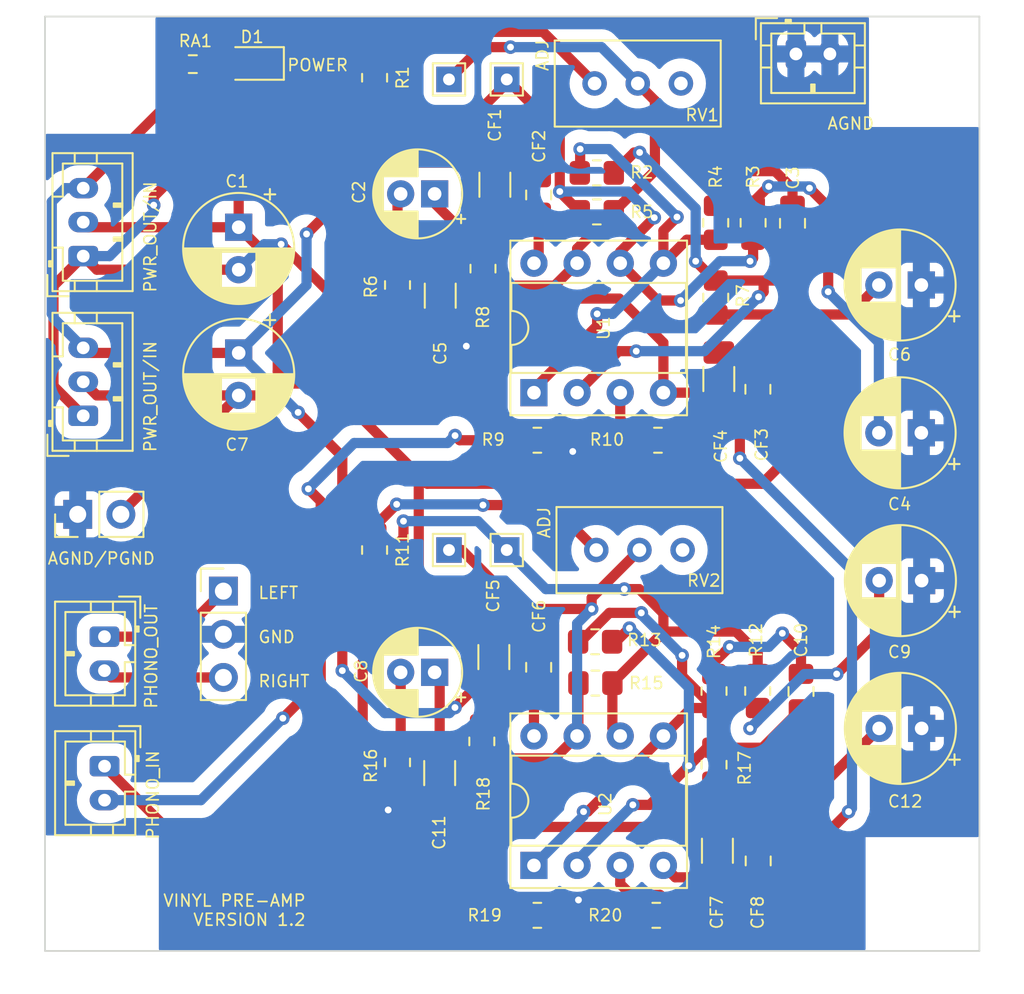
<source format=kicad_pcb>
(kicad_pcb (version 20221018) (generator pcbnew)
  (layers (0 "F.Cu" signal) (31 "B.Cu" signal) (34 "B.Paste" user) (35 "F.Paste" user) (36 "B.SilkS" user "B.Silkscreen") (37 "F.SilkS" user "F.Silkscreen") (38 "B.Mask" user) (39 "F.Mask" user) (44 "Edge.Cuts" user))
  (net 0 "")
  (net 1 "V-")
  (net 2 "V+")
  (net 3 "LEFTIN")
  (net 4 "RIGHTIN")
  (net 5 "LEFTOUT")
  (net 6 "RIGHTOUT")
  (net 7 "AGND")
  (net 9 "Net-(R1-Pad1)")
  (net 10 "Net-(C2-Pad1)")
  (net 11 "Net-(U1-InA-)")
  (net 12 "Net-(C6-Pad2)")
  (net 13 "Net-(C9-Pad2)")
  (net 14 "Net-(C10-Pad2)")
  (net 16 "LEFTAMP")
  (net 17 "RIGHTAMP")
  (net 18 "Net-(C3-Pad2)")
  (net 19 "Net-(C4-Pad2)")
  (net 20 "Net-(C11-Pad2)")
  (net 21 "Net-(U2-InA-)")
  (net 22 "Net-(C12-Pad2)")
  (net 23 "Net-(D1-A)")
  (net 24 "Net-(U1-InB-)")
  (net 25 "Net-(U1-InB+)")
  (net 26 "Net-(U1-OutB)")
  (net 27 "Net-(U1-InA+)")
  (net 28 "Net-(R11-Pad1)")
  (net 29 "Net-(U2-InB-)")
  (net 30 "Net-(U2-InB+)")
  (net 31 "Net-(U2-OutB)")
  (net 32 "Net-(U2-InA+)")
  (net 33 "PGND")
  (footprint "Connector_JST:JST_PH_B3B-PH-K_1x03_P2.00mm_Vertical" (layer "F.Cu") (at 133.65 94.7 90)
    (fp_text reference "J1" hide)
    (fp_text value "Conn_01x03_Male")
  )
  (footprint "Resistor_SMD:R_0805_2012Metric_Pad1.20x1.40mm_HandSolder" (layer "F.Cu") (at 167.48 105.5375 180)
    (fp_text reference "R10")
    (fp_text value "2K2")
  )
  (footprint "Connector_JST:JST_PH_B2B-PH-K_1x02_P2.00mm_Vertical" (layer "F.Cu") (at 134.904835 124.722961 -90)
    (fp_text reference "J5" hide)
    (fp_text value "Conn_01x02_Male")
  )
  (footprint "MountingHole:MountingHole_3.2mm_M3" (layer "F.Cu") (at 183.9 133.1)
    (fp_text reference "H3" hide)
    (fp_text value "MountingHole")
  )
  (footprint "Resistor_SMD:R_0805_2012Metric_Pad1.20x1.40mm_HandSolder" (layer "F.Cu") (at 170.88 97.1375 90)
    (fp_text reference "R7")
    (fp_text value "4.7K")
  )
  (footprint "Package_DIP:DIP-8_W7.62mm_Socket" (layer "F.Cu") (at 160.18 130.565124 90)
    (fp_text reference "U2")
    (fp_text value "OPA2134")
  )
  (footprint "Resistor_SMD:R_0805_2012Metric_Pad1.20x1.40mm_HandSolder" (layer "F.Cu") (at 157.18 95.4375 -90)
    (fp_text reference "R8")
    (fp_text value "750R")
  )
  (footprint "Capacitor_SMD:C_0805_2012Metric_Pad1.18x1.45mm_HandSolder" (layer "F.Cu") (at 160.457616 118.902624 -90)
    (fp_text reference "CF6")
    (fp_text value "0.1u")
  )
  (footprint "Resistor_SMD:R_0805_2012Metric_Pad1.20x1.40mm_HandSolder" (layer "F.Cu") (at 157.111414 123.265124 -90)
    (fp_text reference "R18")
    (fp_text value "750R")
  )
  (footprint "Capacitor_THT:CP_Radial_D5.0mm_P2.00mm" (layer "F.Cu") (at 154.335113 119.2 180)
    (fp_text reference "C8")
    (fp_text value "1U C0G")
  )
  (footprint "Resistor_SMD:R_0805_2012Metric_Pad1.20x1.40mm_HandSolder" (layer "F.Cu") (at 160.38 133.502624 180)
    (fp_text reference "R19")
    (fp_text value "47K")
  )
  (footprint "Resistor_SMD:R_0805_2012Metric_Pad1.20x1.40mm_HandSolder" (layer "F.Cu") (at 160.38 105.5375 180)
    (fp_text reference "R9")
    (fp_text value "47K")
  )
  (footprint "Connector_JST:JST_PH_B2B-PH-K_1x02_P2.00mm_Vertical" (layer "F.Cu") (at 134.9 117.1 -90)
    (fp_text reference "J4" hide)
    (fp_text value "Conn_01x02_Male")
  )
  (footprint "Resistor_SMD:R_0805_2012Metric_Pad1.20x1.40mm_HandSolder" (layer "F.Cu") (at 163.796424 119.832624)
    (fp_text reference "R15")
    (fp_text value "100K")
  )
  (footprint "Resistor_SMD:R_0603_1608Metric" (layer "F.Cu") (at 140.1 83.4 180)
    (fp_text reference "RA1")
    (fp_text value "5.1K")
  )
  (footprint "Capacitor_THT:CP_Radial_D6.3mm_P2.50mm" (layer "F.Cu") (at 142.8 93 -90)
    (fp_text reference "C1")
    (fp_text value "100U 16V")
  )
  (footprint "Capacitor_SMD:C_1206_3216Metric_Pad1.33x1.80mm_HandSolder" (layer "F.Cu") (at 154.665 97.03 90)
    (fp_text reference "C5")
    (fp_text value "0.1U C0G")
  )
  (footprint "Package_DIP:DIP-8_W7.62mm_Socket" (layer "F.Cu") (at 160.18 102.7375 90)
    (fp_text reference "U1")
    (fp_text value "OPA2134")
  )
  (footprint "MountingHole:MountingHole_3.2mm_M3" (layer "F.Cu") (at 133.9 133.1)
    (fp_text reference "H4" hide)
    (fp_text value "MountingHole")
  )
  (footprint "Resistor_SMD:R_0805_2012Metric_Pad1.20x1.40mm_HandSolder" (layer "F.Cu") (at 152.15 124.5 90)
    (fp_text reference "R16")
    (fp_text value "100K")
  )
  (footprint "TestPoint:TestPoint_THTPad_1.5x1.5mm_Drill0.7mm" (layer "F.Cu") (at 155.18 112)
    (fp_text reference "TP3" hide)
    (fp_text value "TestPoint")
  )
  (footprint "TestPoint:TestPoint_THTPad_1.5x1.5mm_Drill0.7mm" (layer "F.Cu") (at 158.58 112)
    (fp_text reference "TP4" hide)
    (fp_text value "TestPoint")
  )
  (footprint "Capacitor_SMD:C_1206_3216Metric_Pad1.33x1.80mm_HandSolder" (layer "F.Cu") (at 170.98 129.702624 -90)
    (fp_text reference "CF7")
    (fp_text value "10u")
  )
  (footprint "Resistor_SMD:R_0805_2012Metric_Pad1.20x1.40mm_HandSolder" (layer "F.Cu") (at 150.8 112 -90)
    (fp_text reference "R11")
    (fp_text value "2.7K")
  )
  (footprint "Resistor_SMD:R_0805_2012Metric_Pad1.20x1.40mm_HandSolder" (layer "F.Cu") (at 170.78 120.3 90)
    (fp_text reference "R14")
    (fp_text value "10K")
  )
  (footprint "MountingHole:MountingHole_3.2mm_M3" (layer "F.Cu") (at 183.9 83.1)
    (fp_text reference "H2" hide)
    (fp_text value "MountingHole")
  )
  (footprint "Capacitor_SMD:C_0805_2012Metric_Pad1.18x1.45mm_HandSolder" (layer "F.Cu") (at 173.36151 102.5375 -90)
    (fp_text reference "CF3")
    (fp_text value "0.1u")
  )
  (footprint "Resistor_SMD:R_0805_2012Metric_Pad1.20x1.40mm_HandSolder" (layer "F.Cu") (at 167.38 133.502624)
    (fp_text reference "R20")
    (fp_text value "2K2")
  )
  (footprint "Resistor_SMD:R_0805_2012Metric_Pad1.20x1.40mm_HandSolder" (layer "F.Cu") (at 173.08 92.7375 -90)
    (fp_text reference "R3")
    (fp_text value "2K7")
  )
  (footprint "Connector_JST:JST_PH_B2B-PH-K_1x02_P2.00mm_Vertical" (layer "F.Cu") (at 175.6 82.8)
    (fp_text reference "J6" hide)
    (fp_text value "Conn_01x02_Male")
  )
  (footprint "LED_SMD:LED_0805_2012Metric_Pad1.15x1.40mm_HandSolder" (layer "F.Cu") (at 143.6 83.36 180)
    (fp_text reference "D1")
    (fp_text value "YELLOW")
  )
  (footprint "Capacitor_SMD:C_1206_3216Metric_Pad1.33x1.80mm_HandSolder" (layer "F.Cu") (at 157.818808 118.302624 -90)
    (fp_text reference "CF5")
    (fp_text value "10u")
  )
  (footprint "Capacitor_SMD:C_0805_2012Metric_Pad1.18x1.45mm_HandSolder" (layer "F.Cu") (at 160.457616 91.1 -90)
    (fp_text reference "CF2")
    (fp_text value "0.1u")
  )
  (footprint "Capacitor_THT:CP_Radial_D5.0mm_P2.00mm" (layer "F.Cu") (at 154.335113 91.0375 180)
    (fp_text reference "C2")
    (fp_text value "1U C0G")
  )
  (footprint "Resistor_SMD:R_0805_2012Metric_Pad1.20x1.40mm_HandSolder" (layer "F.Cu") (at 170.88 92.7375 90)
    (fp_text reference "R4")
    (fp_text value "10K")
  )
  (footprint "Capacitor_SMD:C_0805_2012Metric_Pad1.18x1.45mm_HandSolder" (layer "F.Cu") (at 175.4 92.7675 90)
    (fp_text reference "C3")
    (fp_text value "22N C0G")
  )
  (footprint "Capacitor_SMD:C_1206_3216Metric_Pad1.33x1.80mm_HandSolder" (layer "F.Cu") (at 154.630707 125.13 90)
    (fp_text reference "C11")
    (fp_text value "0.1U C0G")
  )
  (footprint "Connector_PinHeader_2.54mm:PinHeader_1x03_P2.54mm_Vertical" (layer "F.Cu") (at 141.9 114.42)
    (fp_text reference "J3" hide)
    (fp_text value "Conn_01x03_Male")
  )
  (footprint "TestPoint:TestPoint_THTPad_1.5x1.5mm_Drill0.7mm" (layer "F.Cu") (at 158.58 84.3)
    (fp_text reference "TP2" hide)
    (fp_text value "TestPoint")
  )
  (footprint "MountingHole:MountingHole_3.2mm_M3" (layer "F.Cu") (at 133.9 83.1)
    (fp_text reference "H1" hide)
    (fp_text value "MountingHole")
  )
  (footprint "Potentiometer_THT:Potentiometer_Bourns_3296W_Vertical" (layer "F.Cu") (at 168.83 84.5375)
    (fp_text reference "RV1")
    (fp_text value "50K")
  )
  (footprint "Capacitor_SMD:C_1206_3216Metric_Pad1.33x1.80mm_HandSolder" (layer "F.Cu") (at 157.88 90.5 -90)
    (fp_text reference "CF1")
    (fp_text value "10u")
  )
  (footprint "Resistor_SMD:R_0805_2012Metric_Pad1.20x1.40mm_HandSolder" (layer "F.Cu") (at 150.8 84.2 -90)
    (fp_text reference "R1")
    (fp_text value "2.7K")
  )
  (footprint "Resistor_SMD:R_0805_2012Metric_Pad1.20x1.40mm_HandSolder" (layer "F.Cu") (at 163.88 92.1 180)
    (fp_text reference "R5")
    (fp_text value "100K")
  )
  (footprint "Capacitor_THT:CP_Radial_D6.3mm_P2.50mm" (layer "F.Cu") (at 183 113.8 180)
    (fp_text reference "C9")
    (fp_text value "22U")
  )
  (footprint "Capacitor_THT:CP_Radial_D6.3mm_P2.50mm" (layer "F.Cu") (at 183 122.5 180)
    (fp_text reference "C12")
    (fp_text value "22U")
  )
  (footprint "Resistor_SMD:R_0805_2012Metric_Pad1.20x1.40mm_HandSolder" (layer "F.Cu") (at 152.15 96.4 90)
    (fp_text reference "R6")
    (fp_text value "100K")
  )
  (footprint "Capacitor_SMD:C_0805_2012Metric_Pad1.18x1.45mm_HandSolder" (layer "F.Cu") (at 173.38 130.3 -90)
    (fp_text reference "CF8")
    (fp_text value "0.1u")
  )
  (footprint "Capacitor_SMD:C_0805_2012Metric_Pad1.18x1.45mm_HandSolder" (layer "F.Cu") (at 175.9 120.33 90)
    (fp_text reference "C10")
    (fp_text value "22N C0G")
  )
  (footprint "TestPoint:TestPoint_THTPad_1.5x1.5mm_Drill0.7mm" (layer "F.Cu") (at 155.18 84.3)
    (fp_text reference "TP1" hide)
    (fp_text value "TestPoint")
  )
  (footprint "Resistor_SMD:R_0805_2012Metric_Pad1.20x1.40mm_HandSolder" (layer "F.Cu") (at 173.35 120.3 90)
    (fp_text reference "R12")
    (fp_text value "2K7")
  )
  (footprint "Resistor_SMD:R_0805_2012Metric_Pad1.20x1.40mm_HandSolder" (layer "F.Cu") (at 163.88 89.8 180)
    (fp_text reference "R2")
    (fp_text value "180K")
  )
  (footprint "Capacitor_THT:CP_Radial_D6.3mm_P2.50mm" (layer "F.Cu") (at 182.98238 96.4 180)
    (fp_text reference "C6")
    (fp_text value "22U")
  )
  (footprint "Capacitor_THT:CP_Radial_D6.3mm_P2.50mm" (layer "F.Cu") (at 182.98238 105.1 180)
    (fp_text reference "C4")
    (fp_text value "22U")
  )
  (footprint "Potentiometer_THT:Potentiometer_Bourns_3296W_Vertical" (layer "F.Cu") (at 168.93 112)
    (fp_text reference "RV2")
    (fp_text value "50K")
  )
  (footprint "Capacitor_THT:CP_Radial_D6.3mm_P2.50mm" (layer "F.Cu") (at 142.8 100.4 -90)
    (fp_text reference "C7")
    (fp_text value "100U 16V")
  )
  (footprint "Capacitor_SMD:C_1206_3216Metric_Pad1.33x1.80mm_HandSolder" (layer "F.Cu") (at 171.06151 101.9375 -90)
    (fp_text reference "CF4")
    (fp_text value "10u")
  )
  (footprint "Resistor_SMD:R_0805_2012Metric_Pad1.20x1.40mm_HandSolder" (layer "F.Cu") (at 163.78 117.4 180)
    (fp_text reference "R13")
    (fp_text value "180K")
  )
  (footprint "Connector_PinHeader_2.54mm:PinHeader_1x02_P2.54mm_Vertical" (layer "F.Cu") (at 133.325 109.9 90)
    (fp_text reference "J7" hide)
    (fp_text value "Conn_01x02_Pin")
  )
  (footprint "Connector_JST:JST_PH_B3B-PH-K_1x03_P2.00mm_Vertical" (layer "F.Cu") (at 133.65 104.1 90)
    (fp_text reference "J2" hide)
    (fp_text value "Conn_01x03_Male")
  )
  (footprint "Resistor_SMD:R_0805_2012Metric_Pad1.20x1.40mm_HandSolder" (layer "F.Cu") (at 170.78 124.637624 90)
    (fp_text reference "R17")
    (fp_text value "4.7K")
  )
  (gr_line (start 186.4 135.6) (end 186.4 80.6) (stroke (width 0.1)) (layer "Edge.Cuts"))
  (gr_line (start 186.4 80.6) (end 131.4 80.6) (stroke (width 0.1)) (layer "Edge.Cuts"))
  (gr_line (start 131.4 80.6) (end 131.4 135.6) (stroke (width 0.1)) (layer "Edge.Cuts"))
  (gr_line (start 131.4 135.6) (end 186.4 135.6) (stroke (width 0.1)) (layer "Edge.Cuts"))
  (gr_text "PHONO_IN" (at 137.75 129.1 90) (layer "F.SilkS") (effects (font (size 0.7 0.7) (thickness 0.1)) (justify left)))
  (gr_text "GND\n" (at 143.9 117.12) (layer "F.SilkS") (effects (font (size 0.7 0.7) (thickness 0.1)) (justify left)))
  (gr_text "AGND\n" (at 177.4 86.9) (layer "F.SilkS") (effects (font (size 0.7 0.7) (thickness 0.1)) (justify left)))
  (gr_text "PHONO_OUT" (at 137.65 121.4 90) (layer "F.SilkS") (effects (font (size 0.7 0.7) (thickness 0.1)) (justify left)))
  (gr_text "PWR_OUT/IN" (at 137.6 106.3 90) (layer "F.SilkS") (effects (font (size 0.7 0.7) (thickness 0.1)) (justify left)))
  (gr_text "AGND/PGND\n" (at 131.5 112.5) (layer "F.SilkS") (effects (font (size 0.7 0.7) (thickness 0.1)) (justify left)))
  (gr_text "VINYL PRE-AMP\nVERSION 1.2" (at 146.8 133.2) (layer "F.SilkS") (effects (font (size 0.7 0.7) (thickness 0.1)) (justify right)))
  (gr_text "POWER" (at 145.6 83.46) (layer "F.SilkS") (effects (font (size 0.7 0.7) (thickness 0.1)) (justify left)))
  (gr_text "PWR_OUT/IN" (at 137.6 96.9 90) (layer "F.SilkS") (effects (font (size 0.7 0.7) (thickness 0.1)) (justify left)))
  (gr_text "ADJ" (at 160.78 109.4 90) (layer "F.SilkS") (effects (font (size 0.7 0.7) (thickness 0.1)) (justify right)))
  (gr_text "ADJ" (at 160.68 81.9 90) (layer "F.SilkS") (effects (font (size 0.7 0.7) (thickness 0.1)) (justify right)))
  (gr_text "RIGHT" (at 143.9 119.72) (layer "F.SilkS") (effects (font (size 0.7 0.7) (thickness 0.1)) (justify left)))
  (gr_text "LEFT" (at 143.9 114.52) (layer "F.SilkS") (effects (font (size 0.7 0.7) (thickness 0.1)) (justify left)))
  (segment (start 131.9 96.45) (end 131.9 102.35) (width 0.6) (layer "F.Cu") (net 1))
  (segment (start 167.8 102.7375) (end 167.8 99.8) (width 0.6) (layer "F.Cu") (net 1))
  (segment (start 133.65 94.7) (end 131.9 96.45) (width 0.6) (layer "F.Cu") (net 1))
  (segment (start 172.307252 131.3375) (end 173.38 131.3375) (width 0.6) (layer "F.Cu") (net 1))
  (segment (start 167.8 102.7375) (end 170.29901 102.7375) (width 0.6) (layer "F.Cu") (net 1))
  (segment (start 167.8 99.8) (end 165.2 97.2) (width 0.6) (layer "F.Cu") (net 1))
  (segment (start 174.7625 131.3375) (end 178.7 127.4) (width 0.6) (layer "F.Cu") (net 1))
  (segment (start 170.29901 102.7375) (end 171.06151 103.5) (width 0.6) (layer "F.Cu") (net 1))
  (segment (start 142.8 95.5) (end 134.45 95.5) (width 0.6) (layer "F.Cu") (net 1))
  (segment (start 153.3 102) (end 145.3 94) (width 0.6) (layer "F.Cu") (net 1))
  (segment (start 172.3 106.6) (end 172.3 103.5) (width 0.6) (layer "F.Cu") (net 1))
  (segment (start 172.234876 131.265124) (end 172.307252 131.3375) (width 0.6) (layer "F.Cu") (net 1))
  (segment (start 144.625 83.36) (end 144.625 84.375) (width 0.6) (layer "F.Cu") (net 1))
  (segment (start 171.06151 103.5) (end 172.3 103.5) (width 0.6) (layer "F.Cu") (net 1))
  (segment (start 131.9 102.35) (end 133.65 104.1) (width 0.6) (layer "F.Cu") (net 1))
  (segment (start 172.234876 131.265124) (end 170.98 131.265124) (width 0.6) (layer "F.Cu") (net 1))
  (segment (start 168.5 131.265124) (end 167.8 130.565124) (width 0.6) (layer "F.Cu") (net 1))
  (segment (start 156.9 102) (end 153.3 102) (width 0.6) (layer "F.Cu") (net 1))
  (segment (start 173.38 131.3375) (end 174.7625 131.3375) (width 0.6) (layer "F.Cu") (net 1))
  (segment (start 137.8 91.2) (end 137.8 91.7) (width 0.6) (layer "F.Cu") (net 1))
  (segment (start 165.2 97.2) (end 161.7 97.2) (width 0.6) (layer "F.Cu") (net 1))
  (segment (start 134.45 95.5) (end 133.65 94.7) (width 0.6) (layer "F.Cu") (net 1))
  (segment (start 144.625 84.375) (end 137.8 91.2) (width 0.6) (layer "F.Cu") (net 1))
  (segment (start 172.3 103.5) (end 173.28651 103.5) (width 0.6) (layer "F.Cu") (net 1))
  (segment (start 170.98 131.265124) (end 168.5 131.265124) (width 0.6) (layer "F.Cu") (net 1))
  (segment (start 161.7 97.2) (end 156.9 102) (width 0.6) (layer "F.Cu") (net 1))
  (via (at 137.8 91.7) (size 0.8) (drill 0.4) (layers "F.Cu" "B.Cu") (net 1))
  (via (at 172.3 106.6) (size 0.8) (drill 0.4) (layers "F.Cu" "B.Cu") (net 1))
  (via (at 178.7 127.4) (size 0.8) (drill 0.4) (layers "F.Cu" "B.Cu") (net 1))
  (via (at 145.3 94) (size 0.8) (drill 0.4) (layers "F.Cu" "B.Cu") (net 1))
  (segment (start 178.9 113.2) (end 172.3 106.6) (width 0.6) (layer "B.Cu") (net 1))
  (segment (start 137.8 91.7) (end 137.8 92.1) (width 0.6) (layer "B.Cu") (net 1))
  (segment (start 145.3 94) (end 144.3 94) (width 0.6) (layer "B.Cu") (net 1))
  (segment (start 135.2 94.7) (end 133.65 94.7) (width 0.6) (layer "B.Cu") (net 1))
  (segment (start 178.9 127.2) (end 178.9 113.2) (width 0.6) (layer "B.Cu") (net 1))
  (segment (start 178.7 127.4) (end 178.9 127.2) (width 0.6) (layer "B.Cu") (net 1))
  (segment (start 137.8 92.1) (end 135.2 94.7) (width 0.6) (layer "B.Cu") (net 1))
  (segment (start 144.3 94) (end 142.8 95.5) (width 0.6) (layer "B.Cu") (net 1))
  (segment (start 133.65 90.7) (end 139.275 85.075) (width 0.6) (layer "F.Cu") (net 2))
  (segment (start 155.68 89.2) (end 150.995497 89.2) (width 0.6) (layer "F.Cu") (net 2))
  (segment (start 146.300004 103.900002) (end 146.3 103.900002) (width 0.6) (layer "F.Cu") (net 2))
  (segment (start 139.275 85.075) (end 139.275 83.4) (width 0.6) (layer "F.Cu") (net 2))
  (segment (start 148.9 106.499998) (end 146.300004 103.900002) (width 0.6) (layer "F.Cu") (net 2))
  (segment (start 133.95 100.4) (end 133.65 100.1) (width 0.6) (layer "F.Cu") (net 2))
  (segment (start 160.18 122.945124) (end 160.18 120.21774) (width 0.6) (layer "F.Cu") (net 2))
  (segment (start 150.995497 89.2) (end 146.795497 93.4) (width 0.6) (layer "F.Cu") (net 2))
  (segment (start 157.88 91.4) (end 155.68 89.2) (width 0.6) (layer "F.Cu") (net 2))
  (segment (start 157.88 92.0625) (end 157.88 91.4) (width 0.6) (layer "F.Cu") (net 2))
  (segment (start 148.9 119.1) (end 148.9 106.499998) (width 0.6) (layer "F.Cu") (net 2))
  (segment (start 157.88 92.0625) (end 160.382616 92.0625) (width 0.6) (layer "F.Cu") (net 2))
  (segment (start 142.8 100.4) (end 133.95 100.4) (width 0.6) (layer "F.Cu") (net 2))
  (segment (start 156.936299 119.865124) (end 155.530707 121.270716) (width 0.6) (layer "F.Cu") (net 2))
  (segment (start 160.457616 119.940124) (end 157.893808 119.940124) (width 0.6) (layer "F.Cu") (net 2))
  (segment (start 160.457616 92.1375) (end 160.457616 94.839884) (width 0.6) (layer "F.Cu") (net 2))
  (segment (start 157.818808 119.865124) (end 156.936299 119.865124) (width 0.6) (layer "F.Cu") (net 2))
  (via (at 146.795497 93.4) (size 0.8) (drill 0.4) (layers "F.Cu" "B.Cu") (net 2))
  (via (at 146.3 103.900002) (size 0.8) (drill 0.4) (layers "F.Cu" "B.Cu") (net 2))
  (via (at 155.530707 121.270716) (size 0.8) (drill 0.4) (layers "F.Cu" "B.Cu") (net 2))
  (via (at 148.9 119.1) (size 0.8) (drill 0.4) (layers "F.Cu" "B.Cu") (net 2))
  (segment (start 142.8 100.4) (end 146.795497 96.404503) (width 0.6) (layer "B.Cu") (net 2))
  (segment (start 131.9 98.2) (end 131.9 98.35) (width 0.6) (layer "B.Cu") (net 2))
  (segment (start 131.9 98.35) (end 133.65 100.1) (width 0.6) (layer "B.Cu") (net 2))
  (segment (start 148.9 119.1) (end 151.4 121.6) (width 0.6) (layer "B.Cu") (net 2))
  (segment (start 146.3 103.9) (end 146.3 103.900002) (width 0.6) (layer "B.Cu") (net 2))
  (segment (start 151.4 121.6) (end 155.201423 121.6) (width 0.6) (layer "B.Cu") (net 2))
  (segment (start 131.8 98.1) (end 131.9 98.2) (width 0.6) (layer "B.Cu") (net 2))
  (segment (start 133.65 90.7) (end 132.6 90.7) (width 0.6) (layer "B.Cu") (net 2))
  (segment (start 155.201423 121.6) (end 155.530707 121.270716) (width 0.6) (layer "B.Cu") (net 2))
  (segment (start 131.8 91.5) (end 131.8 98.1) (width 0.6) (layer "B.Cu") (net 2))
  (segment (start 142.8 100.4) (end 146.3 103.9) (width 0.6) (layer "B.Cu") (net 2))
  (segment (start 132.6 90.7) (end 131.8 91.5) (width 0.6) (layer "B.Cu") (net 2))
  (segment (start 146.795497 96.404503) (end 146.795497 93.4) (width 0.6) (layer "B.Cu") (net 2))
  (segment (start 134.904835 124.722961) (end 140.881874 130.7) (width 0.6) (layer "F.Cu") (net 3))
  (segment (start 140.881874 130.7) (end 156.577376 130.7) (width 0.6) (layer "F.Cu") (net 3))
  (segment (start 160.58 134.702624) (end 159.38 133.502624) (width 0.6) (layer "F.Cu") (net 3))
  (segment (start 156.577376 130.7) (end 159.38 133.502624) (width 0.6) (layer "F.Cu") (net 3))
  (segment (start 165.18 134.702624) (end 160.58 134.702624) (width 0.6) (layer "F.Cu") (net 3))
  (segment (start 166.38 133.502624) (end 165.18 134.702624) (width 0.6) (layer "F.Cu") (net 3))
  (segment (start 147.629271 109.129271) (end 146.9 108.4) (width 0.6) (layer "F.Cu") (net 4))
  (segment (start 147.629271 119.670729) (end 147.629271 109.129271) (width 0.6) (layer "F.Cu") (net 4))
  (segment (start 159.38 105.5375) (end 155.810294 105.5375) (width 0.6) (layer "F.Cu") (net 4))
  (segment (start 145.4 121.9) (end 147.629271 119.670729) (width 0.6) (layer "F.Cu") (net 4))
  (segment (start 168.48 105.5375) (end 166.9175 107.1) (width 0.6) (layer "F.Cu") (net 4))
  (segment (start 155.810294 105.5375) (end 155.536397 105.263603) (width 0.6) (layer "F.Cu") (net 4))
  (segment (start 160.9425 107.1) (end 159.38 105.5375) (width 0.6) (layer "F.Cu") (net 4))
  (segment (start 166.9175 107.1) (end 160.9425 107.1) (width 0.6) (layer "F.Cu") (net 4))
  (via (at 155.536397 105.263603) (size 0.8) (drill 0.4) (layers "F.Cu" "B.Cu") (net 4))
  (via (at 146.9 108.4) (size 0.8) (drill 0.4) (layers "F.Cu" "B.Cu") (net 4))
  (via (at 145.4 121.9) (size 0.8) (drill 0.4) (layers "F.Cu" "B.Cu") (net 4))
  (segment (start 134.904835 126.722961) (end 140.577039 126.722961) (width 0.6) (layer "B.Cu") (net 4))
  (segment (start 140.577039 126.722961) (end 145.4 121.9) (width 0.6) (layer "B.Cu") (net 4))
  (segment (start 155.1 105.7) (end 155.536397 105.263603) (width 0.6) (layer "B.Cu") (net 4))
  (segment (start 149.6 105.7) (end 155.1 105.7) (width 0.6) (layer "B.Cu") (net 4))
  (segment (start 146.9 108.4) (end 149.6 105.7) (width 0.6) (layer "B.Cu") (net 4))
  (segment (start 139.22 117.1) (end 141.9 114.42) (width 0.6) (layer "F.Cu") (net 5))
  (segment (start 134.9 117.1) (end 139.22 117.1) (width 0.6) (layer "F.Cu") (net 5))
  (segment (start 135.3 119.5) (end 134.9 119.1) (width 0.6) (layer "F.Cu") (net 6))
  (segment (start 141.9 119.5) (end 135.3 119.5) (width 0.6) (layer "F.Cu") (net 6))
  (segment (start 153.3425 98.5925) (end 152.15 97.4) (width 0.6) (layer "F.Cu") (net 7))
  (segment (start 161.897376 133.502624) (end 162.8 132.6) (width 0.6) (layer "F.Cu") (net 7))
  (segment (start 154.665 98.5925) (end 153.3425 98.5925) (width 0.6) (layer "F.Cu") (net 7))
  (segment (start 161.38 105.5375) (end 162.0425 106.2) (width 0.6) (layer "F.Cu") (net 7))
  (segment (start 162.0425 106.2) (end 162.463559 106.2) (width 0.6) (layer "F.Cu") (net 7))
  (segment (start 152.15 125.5) (end 152.15 126.75) (width 0.6) (layer "F.Cu") (net 7))
  (segment (start 154.7925 98.5925) (end 156.2 100) (width 0.6) (layer "F.Cu") (net 7))
  (segment (start 152.15 126.75) (end 151.6 127.3) (width 0.6) (layer "F.Cu") (net 7))
  (segment (start 154.630707 126.6925) (end 153.3425 126.6925) (width 0.6) (layer "F.Cu") (net 7))
  (segment (start 153.3425 126.6925) (end 152.15 125.5) (width 0.6) (layer "F.Cu") (net 7))
  (segment (start 161.38 133.502624) (end 161.897376 133.502624) (width 0.6) (layer "F.Cu") (net 7))
  (via (at 156.2 100) (size 0.8) (drill 0.4) (layers "F.Cu" "B.Cu") (net 7))
  (via (at 151.6 127.3) (size 0.8) (drill 0.4) (layers "F.Cu" "B.Cu") (net 7))
  (via (at 162.8 132.6) (size 0.8) (drill 0.4) (layers "F.Cu" "B.Cu") (net 7))
  (via (at 162.463559 106.2) (size 0.8) (drill 0.4) (layers "F.Cu" "B.Cu") (net 7))
  (segment (start 152.5 81.5) (end 160.7125 81.5) (width 0.6) (layer "F.Cu") (net 9))
  (segment (start 160.7125 81.5) (end 163.75 84.5375) (width 0.6) (layer "F.Cu") (net 9))
  (segment (start 150.8 83.2) (end 152.5 81.5) (width 0.6) (layer "F.Cu") (net 9))
  (segment (start 154.665 95.4675) (end 156.15 95.4675) (width 0.6) (layer "F.Cu") (net 10))
  (segment (start 154.335113 91.0375) (end 154.335113 91.592613) (width 0.6) (layer "F.Cu") (net 10))
  (segment (start 154.335113 91.592613) (end 157.18 94.4375) (width 0.6) (layer "F.Cu") (net 10))
  (segment (start 156.15 95.4675) (end 157.18 94.4375) (width 0.6) (layer "F.Cu") (net 10))
  (segment (start 175.4 93.805) (end 175.4 95.1) (width 0.6) (layer "F.Cu") (net 11))
  (segment (start 173.7 96.1375) (end 174.3625 96.1375) (width 0.6) (layer "F.Cu") (net 11))
  (segment (start 173.7 96.1375) (end 170.88 96.1375) (width 0.6) (layer "F.Cu") (net 11))
  (segment (start 166.4 88.6) (end 166.08 88.6) (width 0.6) (layer "F.Cu") (net 11))
  (segment (start 173.7 96.1375) (end 173.7 96.8) (width 0.6) (layer "F.Cu") (net 11))
  (segment (start 170.8375 96.1375) (end 169.7 95) (width 0.6) (layer "F.Cu") (net 11))
  (segment (start 165.162484 100.295016) (end 166.2 100.295016) (width 0.6) (layer "F.Cu") (net 11))
  (segment (start 166.08 88.6) (end 164.88 89.8) (width 0.6) (layer "F.Cu") (net 11))
  (segment (start 175.4 95.1) (end 174.3625 96.1375) (width 0.6) (layer "F.Cu") (net 11))
  (segment (start 173.7 96.8) (end 173.4 97.1) (width 0.6) (layer "F.Cu") (net 11))
  (segment (start 162.72 102.7375) (end 165.162484 100.295016) (width 0.6) (layer "F.Cu") (net 11))
  (via (at 166.2 100.295016) (size 0.8) (drill 0.4) (layers "F.Cu" "B.Cu") (net 11))
  (via (at 169.7 95) (size 0.8) (drill 0.4) (layers "F.Cu" "B.Cu") (net 11))
  (via (at 173.4 97.1) (size 0.8) (drill 0.4) (layers "F.Cu" "B.Cu") (net 11))
  (via (at 166.4 88.6) (size 0.8) (drill 0.4) (layers "F.Cu" "B.Cu") (net 11))
  (segment (start 173.4 97.1) (end 170.204984 100.295016) (width 0.6) (layer "B.Cu") (net 11))
  (segment (start 169.7 91.9) (end 166.4 88.6) (width 0.6) (layer "B.Cu") (net 11))
  (segment (start 170.204984 100.295016) (end 166.2 100.295016) (width 0.6) (layer "B.Cu") (net 11))
  (segment (start 169.7 95) (end 169.7 91.9) (width 0.6) (layer "B.Cu") (net 11))
  (segment (start 170.88 98.1375) (end 178.74488 98.1375) (width 0.6) (layer "F.Cu") (net 12))
  (segment (start 178.74488 98.1375) (end 180.48238 96.4) (width 0.6) (layer "F.Cu") (net 12))
  (segment (start 173.35 122.05) (end 172.9 122.5) (width 0.6) (layer "F.Cu") (net 13))
  (segment (start 173.35 121.3) (end 173.35 122.05) (width 0.6) (layer "F.Cu") (net 13))
  (segment (start 180.5 116.799994) (end 178 119.299994) (width 0.6) (layer "F.Cu") (net 13))
  (segment (start 180.5 113.8) (end 180.5 116.799994) (width 0.6) (layer "F.Cu") (net 13))
  (via (at 172.9 122.5) (size 0.8) (drill 0.4) (layers "F.Cu" "B.Cu") (net 13))
  (via (at 178 119.299994) (size 0.8) (drill 0.4) (layers "F.Cu" "B.Cu") (net 13))
  (segment (start 176.100006 119.299994) (end 178 119.299994) (width 0.6) (layer "B.Cu") (net 13))
  (segment (start 172.9 122.5) (end 176.100006 119.299994) (width 0.6) (layer "B.Cu") (net 13))
  (segment (start 175.9 119.2925) (end 175.9 118) (width 0.6) (layer "F.Cu") (net 14))
  (segment (start 175.9 118) (end 174.8 116.9) (width 0.6) (layer "F.Cu") (net 14))
  (segment (start 170.78 119.3) (end 170.78 118.62) (width 0.6) (layer "F.Cu") (net 14))
  (segment (start 170.78 118.62) (end 171.7 117.7) (width 0.6) (layer "F.Cu") (net 14))
  (via (at 171.7 117.7) (size 0.8) (drill 0.4) (layers "F.Cu" "B.Cu") (net 14))
  (via (at 174.8 116.9) (size 0.8) (drill 0.4) (layers "F.Cu" "B.Cu") (net 14))
  (segment (start 174 117.7) (end 174.8 116.9) (width 0.6) (layer "B.Cu") (net 14))
  (segment (start 171.7 117.7) (end 174 117.7) (width 0.6) (layer "B.Cu") (net 14))
  (segment (start 152.335113 119.2) (end 152.335113 123.314887) (width 0.6) (layer "F.Cu") (net 16))
  (segment (start 152.15 95.4) (end 152.15 91.222613) (width 0.6) (layer "F.Cu") (net 17))
  (segment (start 172.3175 89.7) (end 170.88 91.1375) (width 0.6) (layer "F.Cu") (net 18))
  (segment (start 175.4 91.73) (end 175.4 90.727207) (width 0.6) (layer "F.Cu") (net 18))
  (segment (start 174.372793 89.7) (end 172.3175 89.7) (width 0.6) (layer "F.Cu") (net 18))
  (segment (start 175.4 90.727207) (end 174.372793 89.7) (width 0.6) (layer "F.Cu") (net 18))
  (segment (start 170.88 91.1375) (end 170.88 91.7375) (width 0.6) (layer "F.Cu") (net 18))
  (segment (start 177.5 91.8) (end 177.5 96.800002) (width 0.6) (layer "F.Cu") (net 19))
  (segment (start 173.08 91.52) (end 174 90.6) (width 0.6) (layer "F.Cu") (net 19))
  (segment (start 176.4 90.7) (end 177.5 91.8) (width 0.6) (layer "F.Cu") (net 19))
  (via (at 176.4 90.7) (size 0.8) (drill 0.4) (layers "F.Cu" "B.Cu") (net 19))
  (via (at 177.5 96.800002) (size 0.8) (drill 0.4) (layers "F.Cu" "B.Cu") (net 19))
  (via (at 174 90.6) (size 0.8) (drill 0.4) (layers "F.Cu" "B.Cu") (net 19))
  (segment (start 180.48238 99.782382) (end 177.5 96.800002) (width 0.6) (layer "B.Cu") (net 19))
  (segment (start 174 90.6) (end 176.3 90.6) (width 0.6) (layer "B.Cu") (net 19))
  (segment (start 176.3 90.6) (end 176.4 90.7) (width 0.6) (layer "B.Cu") (net 19))
  (segment (start 180.48238 105.1) (end 180.48238 99.782382) (width 0.6) (layer "B.Cu") (net 19))
  (segment (start 154.630707 123.5675) (end 155.809038 123.5675) (width 0.6) (layer "F.Cu") (net 20))
  (segment (start 155.809038 123.5675) (end 157.111414 122.265124) (width 0.6) (layer "F.Cu") (net 20))
  (segment (start 154.630707 123.5675) (end 154.630707 119.495594) (width 0.6) (layer "F.Cu") (net 20))
  (segment (start 170.78 123.637624) (end 170.362376 123.637624) (width 0.6) (layer "F.Cu") (net 21))
  (segment (start 167 127) (end 169.3 124.7) (width 0.6) (layer "F.Cu") (net 21))
  (segment (start 173.629876 123.637624) (end 170.78 123.637624) (width 0.6) (layer "F.Cu") (net 21))
  (segment (start 170.362376 123.637624) (end 169.3 124.7) (width 0.6) (layer "F.Cu") (net 21))
  (segment (start 166 127) (end 167 127) (width 0.6) (layer "F.Cu") (net 21))
  (segment (start 165 117.4) (end 165.8 116.6) (width 0.6) (layer "F.Cu") (net 21))
  (segment (start 175.9 121.3675) (end 173.629876 123.637624) (width 0.6) (layer "F.Cu") (net 21))
  (via (at 166 127) (size 0.8) (drill 0.4) (layers "F.Cu" "B.Cu") (net 21))
  (via (at 165.8 116.6) (size 0.8) (drill 0.4) (layers "F.Cu" "B.Cu") (net 21))
  (via (at 169.3 124.7) (size 0.8) (drill 0.4) (layers "F.Cu" "B.Cu") (net 21))
  (segment (start 165.8 116.6) (end 169.3 120.1) (width 0.6) (layer "B.Cu") (net 21))
  (segment (start 162.72 130.28) (end 166 127) (width 0.6) (layer "B.Cu") (net 21))
  (segment (start 169.3 120.1) (end 169.3 124.7) (width 0.6) (layer "B.Cu") (net 21))
  (segment (start 170.78 125.637624) (end 177.362376 125.637624) (width 0.6) (layer "F.Cu") (net 22))
  (segment (start 177.362376 125.637624) (end 180.5 122.5) (width 0.6) (layer "F.Cu") (net 22))
  (segment (start 140.925 83.4) (end 142.535 83.4) (width 0.6) (layer "F.Cu") (net 23))
  (segment (start 165.26 94.44) (end 167.263603 92.436397) (width 0.6) (layer "F.Cu") (net 24))
  (segment (start 151.8 86.5) (end 150.8 85.5) (width 0.6) (layer "F.Cu") (net 24))
  (segment (start 161.7 90.9) (end 161.7 87.42) (width 0.6) (layer "F.Cu") (net 24))
  (segment (start 165.26 95.1175) (end 167.456103 97.313603) (width 0.6) (layer "F.Cu") (net 24))
  (segment (start 161.7 87.42) (end 158.58 84.3) (width 0.6) (layer "F.Cu") (net 24))
  (segment (start 156.6 86.5) (end 151.8 86.5) (width 0.6) (layer "F.Cu") (net 24))
  (segment (start 161.7 90.9) (end 161.7 90.92) (width 0.6) (layer "F.Cu") (net 24))
  (segment (start 165.26 95.1175) (end 165.26 94.44) (width 0.6) (layer "F.Cu") (net 24))
  (segment (start 158.58 84.52) (end 156.6 86.5) (width 0.6) (layer "F.Cu") (net 24))
  (segment (start 173.08 94.82) (end 172.9 95) (width 0.6) (layer "F.Cu") (net 24))
  (segment (start 161.7 90.92) (end 162.88 92.1) (width 0.6) (layer "F.Cu") (net 24))
  (segment (start 173.08 93.7375) (end 173.08 94.82) (width 0.6) (layer "F.Cu") (net 24))
  (segment (start 167.456103 97.313603) (end 168.813603 97.313603) (width 0.6) (layer "F.Cu") (net 24))
  (via (at 168.813603 97.313603) (size 0.8) (drill 0.4) (layers "F.Cu" "B.Cu") (net 24))
  (via (at 161.7 90.9) (size 0.8) (drill 0.4) (layers "F.Cu" "B.Cu") (net 24))
  (via (at 167.263603 92.436397) (size 0.8) (drill 0.4) (layers "F.Cu" "B.Cu") (net 24))
  (via (at 172.9 95) (size 0.8) (drill 0.4) (layers "F.Cu" "B.Cu") (net 24))
  (segment (start 172.9 95) (end 171.127206 95) (width 0.6) (layer "B.Cu") (net 24))
  (segment (start 161.7 90.9) (end 165.727206 90.9) (width 0.6) (layer "B.Cu") (net 24))
  (segment (start 171.127206 95) (end 168.813603 97.313603) (width 0.6) (layer "B.Cu") (net 24))
  (segment (start 165.727206 90.9) (end 167.263603 92.436397) (width 0.6) (layer "B.Cu") (net 24))
  (segment (start 162.9 88.4) (end 162.9 89.78) (width 0.6) (layer "F.Cu") (net 25))
  (segment (start 160.18 102.52) (end 163.9 98.8) (width 0.6) (layer "F.Cu") (net 25))
  (segment (start 167.8 93.2) (end 168.6 92.4) (width 0.6) (layer "F.Cu") (net 25))
  (segment (start 169.18 93.7375) (end 167.8 95.1175) (width 0.6) (layer "F.Cu") (net 25))
  (segment (start 163.9 98.8) (end 163.9 98.1) (width 0.6) (layer "F.Cu") (net 25))
  (segment (start 167.8 95.1175) (end 167.8 93.2) (width 0.6) (layer "F.Cu") (net 25))
  (segment (start 170.88 93.7375) (end 169.18 93.7375) (width 0.6) (layer "F.Cu") (net 25))
  (via (at 168.6 92.4) (size 0.8) (drill 0.4) (layers "F.Cu" "B.Cu") (net 25))
  (via (at 163.9 98.1) (size 0.8) (drill 0.4) (layers "F.Cu" "B.Cu") (net 25))
  (via (at 162.9 88.4) (size 0.8) (drill 0.4) (layers "F.Cu" "B.Cu") (net 25))
  (segment (start 164.6 88.4) (end 162.9 88.4) (width 0.6) (layer "B.Cu") (net 25))
  (segment (start 164.8175 98.1) (end 163.9 98.1) (width 0.6) (layer "B.Cu") (net 25))
  (segment (start 167.8 95.1175) (end 164.8175 98.1) (width 0.6) (layer "B.Cu") (net 25))
  (segment (start 168.6 92.4) (end 164.6 88.4) (width 0.6) (layer "B.Cu") (net 25))
  (segment (start 162.72 94.26) (end 164.88 92.1) (width 0.6) (layer "F.Cu") (net 26))
  (segment (start 166.29 84.5375) (end 167.3 85.5475) (width 0.6) (layer "F.Cu") (net 26))
  (segment (start 158.8 82.4) (end 157.08 82.4) (width 0.6) (layer "F.Cu") (net 26))
  (segment (start 167.3 89.68) (end 164.88 92.1) (width 0.6) (layer "F.Cu") (net 26))
  (segment (start 161.4 96.4375) (end 162.72 95.1175) (width 0.6) (layer "F.Cu") (net 26))
  (segment (start 167.3 85.5475) (end 167.3 89.68) (width 0.6) (layer "F.Cu") (net 26))
  (segment (start 157.08 82.4) (end 155.18 84.3) (width 0.6) (layer "F.Cu") (net 26))
  (segment (start 157.18 96.4375) (end 161.4 96.4375) (width 0.6) (layer "F.Cu") (net 26))
  (segment (start 162.72 95.1175) (end 162.72 94.26) (width 0.6) (layer "F.Cu") (net 26))
  (via (at 158.8 82.4) (size 0.8) (drill 0.4) (layers "F.Cu" "B.Cu") (net 26))
  (segment (start 166.29 84.5375) (end 164.1525 82.4) (width 0.6) (layer "B.Cu") (net 26))
  (segment (start 164.1525 82.4) (end 158.8 82.4) (width 0.6) (layer "B.Cu") (net 26))
  (segment (start 165.26 104.3175) (end 166.48 105.5375) (width 0.6) (layer "F.Cu") (net 27))
  (segment (start 165.26 102.7375) (end 165.26 104.3175) (width 0.6) (layer "F.Cu") (net 27))
  (segment (start 161.204366 109.354366) (end 157.178894 109.354366) (width 0.6) (layer "F.Cu") (net 28))
  (segment (start 150.8 110.61) (end 152.1 109.31) (width 0.6) (layer "F.Cu") (net 28))
  (segment (start 163.85 112) (end 161.204366 109.354366) (width 0.6) (layer "F.Cu") (net 28))
  (segment (start 150.8 111) (end 150.8 110.61) (width 0.6) (layer "F.Cu") (net 28))
  (via (at 152.1 109.31) (size 0.8) (drill 0.4) (layers "F.Cu" "B.Cu") (net 28))
  (via (at 157.178894 109.354366) (size 0.8) (drill 0.4) (layers "F.Cu" "B.Cu") (net 28))
  (segment (start 157.134528 109.31) (end 152.1 109.31) (width 0.6) (layer "B.Cu") (net 28))
  (segment (start 157.178894 109.354366) (end 157.134528 109.31) (width 0.6) (layer "B.Cu") (net 28))
  (segment (start 173.35 119.3) (end 173.35 118.077207) (width 0.6) (layer "F.Cu") (net 29))
  (segment (start 172.072793 116.8) (end 168.1 116.8) (width 0.6) (layer "F.Cu") (net 29))
  (segment (start 165.5 114.3) (end 166.372793 114.3) (width 0.6) (layer "F.Cu") (net 29))
  (segment (start 164.796424 119.832624) (end 164.796424 122.481548) (width 0.6) (layer "F.Cu") (net 29))
  (segment (start 167.8 117.1) (end 167.529048 117.1) (width 0.6) (layer "F.Cu") (net 29))
  (segment (start 152.5 111.3) (end 152.5 110.3) (width 0.6) (layer "F.Cu") (net 29))
  (segment (start 167.8 115.727207) (end 167.8 117.1) (width 0.6) (layer "F.Cu") (net 29))
  (segment (start 164.796424 122.481548) (end 165.26 122.945124) (width 0.6) (layer "F.Cu") (net 29))
  (segment (start 166.372793 114.3) (end 167.8 115.727207) (width 0.6) (layer "F.Cu") (net 29))
  (segment (start 173.35 118.077207) (end 172.072793 116.8) (width 0.6) (layer "F.Cu") (net 29))
  (segment (start 167.529048 117.1) (end 164.796424 119.832624) (width 0.6) (layer "F.Cu") (net 29))
  (segment (start 150.8 113) (end 152.5 111.3) (width 0.6) (layer "F.Cu") (net 29))
  (segment (start 168.1 116.8) (end 167.8 117.1) (width 0.6) (layer "F.Cu") (net 29))
  (via (at 152.5 110.3) (size 0.8) (drill 0.4) (layers "F.Cu" "B.Cu") (net 29))
  (via (at 165.5 114.3) (size 0.8) (drill 0.4) (layers "F.Cu" "B.Cu") (net 29))
  (segment (start 158.58 112) (end 160.88 114.3) (width 0.6) (layer "B.Cu") (net 29))
  (segment (start 160.88 114.3) (end 165.5 114.3) (width 0.6) (layer "B.Cu") (net 29))
  (segment (start 156.88 110.3) (end 152.5 110.3) (width 0.6) (layer "B.Cu") (net 29))
  (segment (start 158.58 112) (end 156.88 110.3) (width 0.6) (layer "B.Cu") (net 29))
  (segment (start 168.9 119.42) (end 168.9 118.2) (width 0.6) (layer "F.Cu") (net 30))
  (segment (start 162.919338 117.4) (end 164.619338 115.7) (width 0.6) (layer "F.Cu") (net 30))
  (segment (start 170.78 121.3) (end 169.445124 121.3) (width 0.6) (layer "F.Cu") (net 30))
  (segment (start 167.8 122.945124) (end 163.345124 127.4) (width 0.6) (layer "F.Cu") (net 30))
  (segment (start 163.345124 127.4) (end 163.1 127.4) (width 0.6) (layer "F.Cu") (net 30))
  (segment (start 170.78 121.3) (end 168.9 119.42) (width 0.6) (layer "F.Cu") (net 30))
  (segment (start 169.445124 121.3) (end 167.8 122.945124) (width 0.6) (layer "F.Cu") (net 30))
  (segment (start 164.619338 115.7) (end 166.5 115.7) (width 0.6) (layer "F.Cu") (net 30))
  (via (at 168.9 118.2) (size 0.8) (drill 0.4) (layers "F.Cu" "B.Cu") (net 30))
  (via (at 166.5 115.7) (size 0.8) (drill 0.4) (layers "F.Cu" "B.Cu") (net 30))
  (via (at 163.1 127.4) (size 0.8) (drill 0.4) (layers "F.Cu" "B.Cu") (net 30))
  (segment (start 166.5 115.8) (end 168.9 118.2) (width 0.6) (layer "B.Cu") (net 30))
  (segment (start 166.5 115.7) (end 166.5 115.8) (width 0.6) (layer "B.Cu") (net 30))
  (segment (start 163.1 127.4) (end 163.1 127.645124) (width 0.6) (layer "B.Cu") (net 30))
  (segment (start 163.1 127.645124) (end 160.18 130.565124) (width 0.6) (layer "B.Cu") (net 30))
  (segment (start 166.39 112) (end 163.576214 114.813786) (width 0.6) (layer "F.Cu") (net 31))
  (segment (start 161.4 124.265124) (end 162.72 122.945124) (width 0.6) (layer "F.Cu") (net 31))
  (segment (start 162.796424 119.832624) (end 162.796424 122.8687) (width 0.6) (layer "F.Cu") (net 31))
  (segment (start 159.40033 115.47033) (end 163.576214 115.47033) (width 0.6) (layer "F.Cu") (net 31))
  (segment (start 163.576214 114.813786) (end 163.576214 115.47033) (width 0.6) (layer "F.Cu") (net 31))
  (segment (start 157.111414 124.265124) (end 161.4 124.265124) (width 0.6) (layer "F.Cu") (net 31))
  (segment (start 155.18 112) (end 155.93 112) (width 0.6) (layer "F.Cu") (net 31))
  (segment (start 155.93 112) (end 159.40033 115.47033) (width 0.6) (layer "F.Cu") (net 31))
  (via (at 163.576214 115.47033) (size 0.8) (drill 0.4) (layers "F.Cu" "B.Cu") (net 31))
  (segment (start 162.72 116.326544) (end 163.576214 115.47033) (width 0.6) (layer "B.Cu") (net 31))
  (segment (start 162.72 122.945124) (end 162.72 116.326544) (width 0.6) (layer "B.Cu") (net 31))
  (segment (start 167.6 132.3) (end 165.9 132.3) (width 0.6) (layer "F.Cu") (net 32))
  (segment (start 165.9 132.3) (end 165.26 131.66) (width 0.6) (layer "F.Cu") (net 32))
  (segment (start 168.38 133.502624) (end 168.38 133.08) (width 0.6) (layer "F.Cu") (net 32))
  (segment (start 168.38 133.08) (end 167.6 132.3) (width 0.6) (layer "F.Cu") (net 32))
  (segment (start 165.26 131.66) (end 165.26 130.565124) (width 0.6) (layer "F.Cu") (net 32))
  (segment (start 133.95 93) (end 133.65 92.7) (width 0.6) (layer "F.Cu") (net 33))
  (segment (start 142.8 90.9) (end 142.8 93) (width 0.6) (layer "F.Cu") (net 33))
  (segment (start 174.58651 107.11349) (end 173.6 108.1) (width 0.6) (layer "F.Cu") (net 33))
  (segment (start 157.818808 116.740124) (end 155.540124 116.740124) (width 0.6) (layer "F.Cu") (net 33))
  (segment (start 153 114.2) (end 153.4 113.8) (width 0.6) (layer "F.Cu") (net 33))
  (segment (start 156 87.8) (end 145.9 87.8) (width 0.6) (layer "F.Cu") (net 33))
  (segment (start 153.4 107.6) (end 148 102.2) (width 0.6) (layer "F.Cu") (net 33))
  (segment (start 173.36151 101.5) (end 174.58651 102.725) (width 0.6) (layer "F.Cu") (net 33))
  (segment (start 171.06151 100.375) (end 172.23651 100.375) (width 0.6) (layer "F.Cu") (net 33))
  (segment (start 142.8 93) (end 133.95 93) (width 0.6) (layer "F.Cu") (net 33))
  (segment (start 173.6 108.1) (end 153.9 108.1) (width 0.6) (layer "F.Cu") (net 33))
  (segment (start 145.1 102.9) (end 142.8 102.9) (width 0.6) (layer "F.Cu") (net 33))
  (segment (start 145.1 101.5) (end 145.8 102.2) (width 0.6) (layer "F.Cu") (net 33))
  (segment (start 160.457616 117.865124) (end 158.943808 117.865124) (width 0.6) (layer "F.Cu") (net 33))
  (segment (start 150.1 118.6) (end 150.1 128.2) (width 0.6) (layer "F.Cu") (net 33))
  (segment (start 155.540124 116.740124) (end 155.35 116.55) (width 0.6) (layer "F.Cu") (net 33))
  (segment (start 172.257624 128.140124) (end 173.38 129.2625) (width 0.6) (layer "F.Cu") (net 33))
  (segment (start 158.943808 117.865124) (end 157.818808 116.740124) (width 0.6) (layer "F.Cu") (net 33))
  (segment (start 145.1 95.3) (end 145.1 101.5) (width 0.6) (layer "F.Cu") (net 33))
  (segment (start 153.4 113.8) (end 153.4 107.6) (width 0.6) (layer "F.Cu") (net 33))
  (segment (start 148 102.2) (end 145.8 102.2) (width 0.6) (layer "F.Cu") (net 33))
  (segment (start 155.35 116.55) (end 153 114.2) (width 0.6) (layer "F.Cu") (net 33))
  (segment (start 145.8 102.2) (end 145.1 102.9) (width 0.6) (layer "F.Cu") (net 33))
  (segment (start 157.1375 88.9375) (end 156 87.8) (width 0.6) (layer "F.Cu") (net 33))
  (segment (start 159.005 90.0625) (end 157.88 88.9375) (width 0.6) (layer "F.Cu") (net 33))
  (segment (start 170.820124 128.3) (end 157.500002 128.3) (width 0.6) (layer "F.Cu") (net 33))
  (segment (start 172.23651 100.375) (end 173.36151 101.5) (width 0.6) (layer "F.Cu") (net 33))
  (segment (start 160.457616 90.0625) (end 159.005 90.0625) (width 0.6) (layer "F.Cu") (net 33))
  (segment (start 170.98 128.140124) (end 172.257624 128.140124) (width 0.6) (layer "F.Cu") (net 33))
  (segment (start 153.9 108.1) (end 153.4 107.6) (width 0.6) (layer "F.Cu") (net 33))
  (segment (start 153 115.7) (end 150.1 118.6) (width 0.6) (layer "F.Cu") (net 33))
  (segment (start 142.8 102.9) (end 135.865 109.835) (width 0.6) (layer "F.Cu") (net 33))
  (segment (start 174.58651 102.725) (end 174.58651 107.11349) (width 0.6) (layer "F.Cu") (net 33))
  (segment (start 150.1 128.2) (end 150.200002 128.300002) (width 0.6) (layer "F.Cu") (net 33))
  (segment (start 153 114.2) (end 153 115.7) (width 0.6) (layer "F.Cu") (net 33))
  (segment (start 142.8 102.9) (end 134.45 102.9) (width 0.6) (layer "F.Cu") (net 33))
  (segment (start 150.200002 128.300002) (end 157.5 128.300002) (width 0.6) (layer "F.Cu") (net 33))
  (segment (start 145.9 87.8) (end 142.8 90.9) (width 0.6) (layer "F.Cu") (net 33))
  (segment (start 142.8 93) (end 145.1 95.3) (width 0.6) (layer "F.Cu") (net 33))
  (segment (start 157.88 88.9375) (end 157.1375 88.9375) (width 0.6) (layer "F.Cu") (net 33))
  (segment (start 134.45 102.9) (end 133.65 102.1) (width 0.6) (layer "F.Cu") (net 33))
  (segment (start 157.500002 128.3) (end 157.5 128.300002) (width 0.6) (layer "F.Cu") (net 33))
  (zone (net 7) (net_name "AGND") (layer "B.Cu") (connect_pads (clearance 0.75)) (min_thickness 0.254) (fill yes (thermal_gap 0.508) (thermal_bridge_width 1))
    (polygon (pts (xy 179.9 87.1) (xy 187.5 87.1) (xy 187.5 128.9) (xy 179.7 128.9) (xy 179.7 136.3) (xy 138.1 136.3) (xy 138.1 128.8) (xy 130.4 128.8) (xy 130.4 87.5) (xy 137.9 87.5) (xy 137.9 79.8) (xy 179.9 79.8)))
  )
)
</source>
